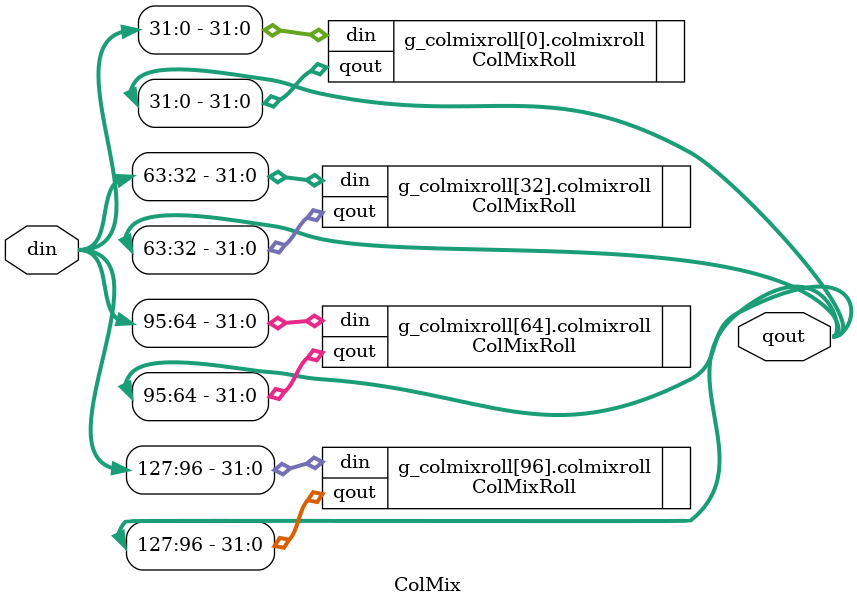
<source format=sv>
/**
 * @file ColMix.sv
 * @note Copied from tbox, could be optimized out by TBox
*/

`include "definitions.svh"

module ColMix(
    input  [127:0] din,
    output [127:0] qout
);

genvar g_i;

generate
    for (g_i = 0; g_i < 128; g_i = g_i + 32) begin : g_colmixroll
        ColMixRoll colmixroll(
            .din(din[g_i+:32]),
            .qout(qout[g_i+:32])
        );
    end
endgenerate

endmodule
</source>
